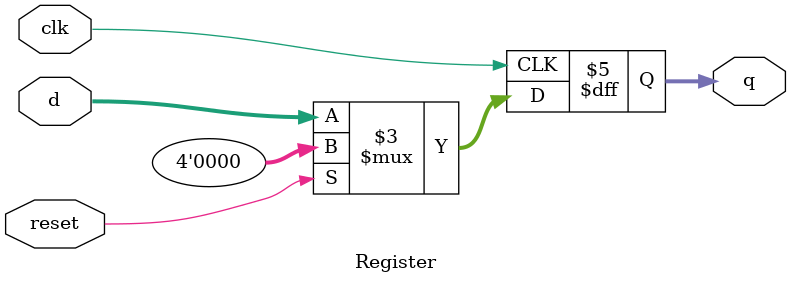
<source format=v>
module part3(clock, reset, ParallelLoadn, RotateRight, ASRight, Data_IN, Q);
	
	input clock;
	input reset;
	input ParallelLoadn;
	input RotateRight;
	input ASRight;
	input [3:0]Data_IN;
	output [3:0]Q;

	///ALUtoRegister connects ALU to register
	wire [7:0]ALUtoRegister;
	
	ALU a1(ParallelLoadn, RotateRight, ASRight, Data_IN, ALUtoRegister, Q);
	
	Register r1(clock, reset, ALUtoRegister, Q);
	
endmodule


///ALU Unit
module ALU(ParallelLoadn, RotateRight, ASRight, Data_IN, out, memory);

	input ParallelLoadn;
	input RotateRight;
	input ASRight;
	input [3:0]Data_IN;
	input [3:0]memory;
	output reg [3:0]out;
	
	///Start of Always Block
	always@ (*)
		begin
			if (ParallelLoadn == 1)///Use Memopry Data
				out = memory;
				if (RotateRight == 0)//Rotate Left
					out = {memory[2:0], memory[3]};
				if (RotateRight == 1)//Rotate Right
					out = {memory[0], memory[3:1]};
				
			if (ParallelLoadn == 0)///Use New Input Value
				out = Data_IN;
	end
endmodule
	
	
/// Register module to store memory
module Register(clk,reset,d,q);
	input wire clk;
	input wire reset;
	input wire [3:0]d;
	output reg [3:0]q;
	
	always@ (posedge clk)
		begin
			if (reset) q <= 1'b 0 ;
			else q <= d ;
		end
endmodule



</source>
